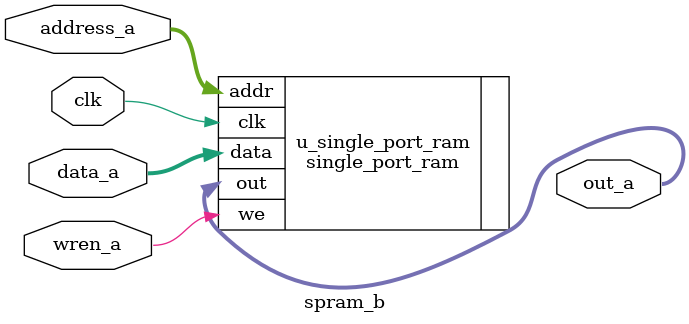
<source format=v>
`define ARRAY_DEPTH 64      //Number of Hidden neurons
`define INPUT_DEPTH 100	    //LSTM input vector dimensions
`define DATA_WIDTH 8		//8 bit representation
`define INWEIGHT_DEPTH 6400 //100x64
`define HWEIGHT_DEPTH 4096  //64x64
`define varraysize 800   //100x8
`define uarraysize 512  //64x8
`define PIM_cyc 26      //cycles of PIM



module top(
input clk,
input reset,
input start,  		   //start the computation
input [6:0] start_addr,   //start address of the Xin bram (input words to LSTM)
input [6:0] end_addr,	  //end address of the Xin bram 
output ht_valid,	//indicates the output ht_out is valid in those cycles
output [`DATA_WIDTH-1:0] ht_out, //output ht from the lstm
output reg cycle_complete,	//generates a pulse when a cycle fo 64 ht outputs are complete
output reg Done        //Stays high indicating the end of lstm output computation for all the Xin words provided.
);

wire [`uarraysize-1:0] Ui_in;
wire [`varraysize-1:0] Wi_in;
wire [`uarraysize-1:0] Uf_in;
wire [`varraysize-1:0] Wf_in;
wire [`uarraysize-1:0] Uo_in;
wire [`varraysize-1:0] Wo_in;
wire [`uarraysize-1:0] Uc_in;
wire [`varraysize-1:0] Wc_in;
wire [`varraysize-1:0] x_in;
reg [`uarraysize-1:0] h_in;


reg [`uarraysize-1:0] dummyin_u;
reg [`varraysize-1:0] dummyin_v;
reg [`DATA_WIDTH-1:0] dummyin_b;

wire [`DATA_WIDTH-1:0] bi_in;
wire [`DATA_WIDTH-1:0] bf_in;
wire [`DATA_WIDTH-1:0] bo_in;
wire [`DATA_WIDTH-1:0] bc_in;
reg [`DATA_WIDTH-1:0] C_in;
//wire [`varraysize-1:0] xdata_b_ext;
//wire [`uarraysize-1:0] hdata_b_ext;

reg [63:0] Ui_pimdata_in;
reg [63:0] Ui_pimdata_out;
reg [3:0] Ui_add_pim;


reg [63:0] Uf_pimdata_in;
reg [63:0] Uf_pimdata_out;
reg [3:0] Uf_add_pim;


reg [63:0] Uo_pimdata_in;
reg [63:0] Uo_pimdata_out;
reg [3:0] Uo_add_pim;


reg [63:0] Uc_pimdata_in;
reg [63:0] Uc_pimdata_out;
reg [3:0] Uc_add_pim;


reg [63:0] Wi_pimdata_in;
reg [63:0] Wi_pimdata_out;
reg [3:0] Wi_add_pim;


reg [63:0] Wf_pimdata_in;
reg [63:0] Wf_pimdata_out;
reg [3:0] Wf_add_pim;


reg [63:0] Wo_pimdata_in;
reg [63:0] Wo_pimdata_out;
reg [3:0] Wo_add_pim;


reg [63:0] Wc_pimdata_in;
reg [63:0] Wc_pimdata_out;
reg [3:0] Wc_add_pim;

reg [3:0] pim_read_X;
reg [2:0] pim_read_H;

//keeping an additional bit so that the counters don't get reset to 0 automatically after 63 
//and start repeating access to elements prematurely
reg [6:0] inaddr; 
reg [6:0] waddr;
reg wren_a;
reg [6:0] c_count;
reg [6:0] b_count;
reg [6:0] ct_count;
reg [6:0] count;
reg [6:0] i,j;
reg [5:0] h_count;

wire [`DATA_WIDTH-1:0] ht;
reg [`uarraysize-1:0] ht_prev;
reg [`uarraysize-1:0] Ct;
wire [`DATA_WIDTH-1:0] add_cf;
reg wren_a_ct, wren_b_cin;

assign ht_out = ht;


//indicates that the ht_out output is valid 
assign ht_valid = (count>16)?1:0;


//BRAMs storing the input and hidden weights of each of the gates
//Hidden weights are represented by U and Input weights by W

single_port_ram Ui_PIM(.addr(Ui_add_pim),.we(wren_a),.data(Ui_pimdata_in),.out(Ui_pimdata_out),.clk(clk));
single_port_ram Uf_PIM(.addr(Uf_add_pim),.we(wren_a),.data(Uf_pimdata_in),.out(Uf_pimdata_out),.clk(clk));
single_port_ram Uo_PIM(.addr(Uo_add_pim),.we(wren_a),.data(Uo_pimdata_in),.out(Uo_pimdata_out),.clk(clk));
single_port_ram Uc_PIM(.addr(Uc_add_pim),.we(wren_a),.data(Uc_pimdata_in),.out(Uc_pimdata_out),.clk(clk));
single_port_ram Wi_PIM(.addr(Wi_add_pim),.we(wren_a),.data(Wi_pimdata_in),.out(Wi_pimdata_out),.clk(clk));
single_port_ram Wf_PIM(.addr(Wf_add_pim),.we(wren_a),.data(Wf_pimdata_in),.out(Wf_pimdata_out),.clk(clk));
single_port_ram Wo_PIM(.addr(Wo_add_pim),.we(wren_a),.data(Wo_pimdata_in),.out(Wo_pimdata_out),.clk(clk));
single_port_ram Wc_PIM(.addr(Wc_add_pim),.we(wren_a),.data(Wc_pimdata_in),.out(Wc_pimdata_out),.clk(clk));


//BRAM of the input vectors to LSTM
spram_v Xi_mem(.clk(clk),.address_a(inaddr),.wren_a(wren_a),.data_a(dummyin_v),.out_a(x_in));

//BRAM storing Bias of each gate
spram_b bi_mem(.clk(clk),.address_a(b_count),.wren_a(wren_a),.data_a(dummyin_b),.out_a(bi_in));
spram_b bf_mem(.clk(clk),.address_a(b_count),.wren_a(wren_a),.data_a(dummyin_b),.out_a(bf_in));
spram_b bo_mem(.clk(clk),.address_a(b_count),.wren_a(wren_a),.data_a(dummyin_b),.out_a(bo_in));
spram_b bc_mem(.clk(clk),.address_a(b_count),.wren_a(wren_a),.data_a(dummyin_b),.out_a(bc_in));


always @(posedge clk) begin
 if(reset == 1'b1 || start==1'b0) 
  begin      
	   count <= 0;
	   b_count <=0;
	   h_count <= 0;
	   c_count <= 0;
	   ct_count <=0;
	   Ct <= 0;
	   C_in <=0;
	   h_in <= 0;
	   ht_prev <= 0;
	   wren_a <= 0;
	   wren_a_ct <= 1;
	   wren_b_cin <= 0;
	   cycle_complete <=0;
	   Done <= 0;
   	   waddr <=0;	
	   inaddr <= start_addr;
       pim_read_X <= 0;
	   //dummy ports initialize
	   dummyin_u <= 0; 
	   dummyin_v <=0;
	   dummyin_b <= 0;
 
  end
  else begin
	
	if(h_count == `PIM_cyc-1) begin
		cycle_complete <= 1; 
		waddr <= 0;
		count <=0;
		b_count <= 0;
		ct_count <=0;
		c_count <= 0;
        pim_read_X <= 0;
		pim_read_H <= 0;

		if(inaddr == end_addr)
			Done = 1;			
		else begin
			inaddr <= inaddr+1;
			h_count <= 0;

		 end
	 end
	 else begin
		cycle_complete <= 0;
    	waddr <= waddr+1;
	  	count <= count+1;
    
        if(count>6)     //delay before bias add
			pim_read_X <= pim_read_X + 1;
			pim_read_H <= pim_read_H + 1;
            case(pim_read_X)
            0: begin Ui_pimdata_in <= x_in[64*0+:64] ; Uf_pimdata_in <= x_in[64*0+:64] ; Uo_pimdata_in <= x_in[64*0+:64] ;Uc_pimdata_in <= x_in[64*0+:64] ; end
			1: begin Ui_pimdata_in <= x_in[64*1+:64] ; Uf_pimdata_in <= x_in[64*1+:64] ; Uo_pimdata_in <= x_in[64*1+:64] ;Uc_pimdata_in <= x_in[64*1+:64] ; end
			2: begin Ui_pimdata_in <= x_in[64*2+:64] ; Uf_pimdata_in <= x_in[64*2+:64] ; Uo_pimdata_in <= x_in[64*2+:64] ;Uc_pimdata_in <= x_in[64*2+:64] ; end
			3: begin Ui_pimdata_in <= x_in[64*3+:64] ; Uf_pimdata_in <= x_in[64*3+:64] ; Uo_pimdata_in <= x_in[64*3+:64] ;Uc_pimdata_in <= x_in[64*3+:64] ; end
			4: begin Ui_pimdata_in <= x_in[64*4+:64] ; Uf_pimdata_in <= x_in[64*4+:64] ; Uo_pimdata_in <= x_in[64*4+:64] ;Uc_pimdata_in <= x_in[64*4+:64] ; end
			5: begin Ui_pimdata_in <= x_in[64*5+:64] ; Uf_pimdata_in <= x_in[64*5+:64] ; Uo_pimdata_in <= x_in[64*5+:64] ;Uc_pimdata_in <= x_in[64*5+:64] ; end
			6: begin Ui_pimdata_in <= x_in[64*6+:64] ; Uf_pimdata_in <= x_in[64*6+:64] ; Uo_pimdata_in <= x_in[64*6+:64] ;Uc_pimdata_in <= x_in[64*6+:64] ; end
			7: begin Ui_pimdata_in <= x_in[64*7+:64] ; Uf_pimdata_in <= x_in[64*7+:64] ; Uo_pimdata_in <= x_in[64*7+:64] ;Uc_pimdata_in <= x_in[64*7+:64] ; end
			8: begin Ui_pimdata_in <= x_in[64*8+:64] ; Uf_pimdata_in <= x_in[64*8+:64] ; Uo_pimdata_in <= x_in[64*8+:64] ;Uc_pimdata_in <= x_in[64*8+:64] ; end
			9: begin Ui_pimdata_in <= x_in[64*9+:64] ; Uf_pimdata_in <= x_in[64*9+:64] ; Uo_pimdata_in <= x_in[64*9+:64] ;Uc_pimdata_in <= x_in[64*9+:64] ; end
			10: begin Ui_pimdata_in <= x_in[64*10+:64]; Uf_pimdata_in <= x_in[64*10+:64] ; Uo_pimdata_in <= x_in[64*10+:64] ;Uc_pimdata_in <= x_in[64*10+:64] ; end
			11: begin Ui_pimdata_in <= x_in[64*11+:64]; Uf_pimdata_in <= x_in[64*11+:64] ; Uo_pimdata_in <= x_in[64*11+:64] ;Uc_pimdata_in <= x_in[64*11+:64] ; end
			12: begin Ui_pimdata_in <= x_in[64*12+:31]; Uf_pimdata_in <= x_in[64*12+:31] ; Uo_pimdata_in <= x_in[64*12+:31] ;Uc_pimdata_in <= x_in[64*12+:31] ; end
            default : begin Ui_pimdata_in <= 0; Uf_pimdata_in <= 0 ; Uo_pimdata_in <= 0 ;Uc_pimdata_in <= 0 ; end
			endcase	

			case(pim_read_H)
            0: begin Wi_pimdata_in <= h_in[64*0+:64] ; Wf_pimdata_in <= h_in[64*0+:64] ; Wo_pimdata_in <= h_in[64*0+:64] ;Wc_pimdata_in <= h_in[64*0+:64] ; end
			1: begin Wi_pimdata_in <= h_in[64*1+:64] ; Wf_pimdata_in <= h_in[64*1+:64] ; Wo_pimdata_in <= h_in[64*1+:64] ;Wc_pimdata_in <= h_in[64*1+:64] ; end
			2: begin Wi_pimdata_in <= h_in[64*2+:64] ; Wf_pimdata_in <= h_in[64*2+:64] ; Wo_pimdata_in <= h_in[64*2+:64] ;Wc_pimdata_in <= h_in[64*2+:64] ; end
			3: begin Wi_pimdata_in <= h_in[64*3+:64] ; Wf_pimdata_in <= h_in[64*3+:64] ; Wo_pimdata_in <= h_in[64*3+:64] ;Wc_pimdata_in <= h_in[64*3+:64] ; end
			4: begin Wi_pimdata_in <= h_in[64*4+:64] ; Wf_pimdata_in <= h_in[64*4+:64] ; Wo_pimdata_in <= h_in[64*4+:64] ;Wc_pimdata_in <= h_in[64*4+:64] ; end
			5: begin Wi_pimdata_in <= h_in[64*5+:64] ; Wf_pimdata_in <= h_in[64*5+:64] ; Wo_pimdata_in <= h_in[64*5+:64] ;Wc_pimdata_in <= h_in[64*5+:64] ; end
			6: begin Wi_pimdata_in <= h_in[64*6+:64] ; Wf_pimdata_in <= h_in[64*6+:64] ; Wo_pimdata_in <= h_in[64*6+:64] ;Wc_pimdata_in <= h_in[64*6+:64] ; end
			7: begin Wi_pimdata_in <= h_in[64*7+:64] ; Wf_pimdata_in <= h_in[64*7+:64] ; Wo_pimdata_in <= h_in[64*7+:64] ;Wc_pimdata_in <= h_in[64*7+:64] ; end
            default : begin Wi_pimdata_in <= 0; Wf_pimdata_in <= 0 ; Wo_pimdata_in <= 0 ;Wc_pimdata_in <= 0 ; end
			endcase	
		if(count>7)     //delay before bias add
			b_count <= b_count+1; 


		if(count >8)  begin //delay before Cin elmul
			c_count <=c_count+1;
			case(c_count)
			0: C_in<=Ct[8*0+:8] ;
			1: C_in<=Ct[8*1+:8] ;
			2: C_in<=Ct[8*2+:8] ;
			3: C_in<=Ct[8*3+:8] ;
			4: C_in<=Ct[8*4+:8] ;
			5: C_in<=Ct[8*5+:8] ;
			6: C_in<=Ct[8*6+:8] ;
			7: C_in<=Ct[8*7+:8] ;
			8: C_in<=Ct[8*8+:8] ;
			9: C_in<=Ct[8*9+:8] ;
			10: C_in <=Ct[8*10+:8];
			11: C_in <=Ct[8*11+:8];
			12: C_in <=Ct[8*12+:8];
			13: C_in <=Ct[8*13+:8];
			14: C_in <=Ct[8*14+:8];
			15: C_in <=Ct[8*15+:8];
			16: C_in <=Ct[8*16+:8];
			17: C_in <=Ct[8*17+:8];
			18: C_in <=Ct[8*18+:8];
			19: C_in <=Ct[8*19+:8];
			20: C_in <=Ct[8*20+:8];
			21: C_in <=Ct[8*21+:8];
			22: C_in <=Ct[8*22+:8];
			23: C_in <=Ct[8*23+:8];
			24: C_in <=Ct[8*24+:8];
			25: C_in <=Ct[8*25+:8];
			26: C_in <=Ct[8*26+:8];
			27: C_in <=Ct[8*27+:8];
			28: C_in <=Ct[8*28+:8];
			29: C_in <=Ct[8*29+:8];
			30: C_in <=Ct[8*30+:8];
			31: C_in <=Ct[8*31+:8];
			32: C_in <=Ct[8*32+:8];
			33: C_in <=Ct[8*33+:8];
			34: C_in <=Ct[8*34+:8];
			35: C_in <=Ct[8*35+:8];
			36: C_in <=Ct[8*36+:8];
			37: C_in <=Ct[8*37+:8];
			38: C_in <=Ct[8*38+:8];
			39: C_in <=Ct[8*39+:8];
			40: C_in <=Ct[8*40+:8];
			41: C_in <=Ct[8*41+:8];
			42: C_in <=Ct[8*42+:8];
			43: C_in <=Ct[8*43+:8];
			44: C_in <=Ct[8*44+:8];
			45: C_in <=Ct[8*45+:8];
			46: C_in <=Ct[8*46+:8];
			47: C_in <=Ct[8*47+:8];
			48: C_in <=Ct[8*48+:8];
			49: C_in <=Ct[8*49+:8];
			50: C_in <=Ct[8*50+:8];
			51: C_in <=Ct[8*51+:8];
			52: C_in <=Ct[8*52+:8];
			53: C_in <=Ct[8*53+:8];
			54: C_in <=Ct[8*54+:8];
			55: C_in <=Ct[8*55+:8];
			56: C_in <=Ct[8*56+:8];
			57: C_in <=Ct[8*57+:8];
			58: C_in <=Ct[8*58+:8];
			59: C_in <=Ct[8*59+:8];
			60: C_in <=Ct[8*60+:8];
			61: C_in <=Ct[8*61+:8];
			62: C_in <=Ct[8*62+:8];
			63: C_in <=Ct[8*63+:8];
			default : C_in <= 0;
		endcase	
		end

		if(count >11) begin  //for storing output of Ct
			ct_count <= ct_count+1;
		 //storing cell state
			case(ct_count)
			0:	Ct[8*0+:8] <= add_cf;
			1:	Ct[8*1+:8] <= add_cf;
			2:	Ct[8*2+:8] <= add_cf;
			3:	Ct[8*3+:8] <= add_cf;
			4:	Ct[8*4+:8] <= add_cf;
			5:	Ct[8*5+:8] <= add_cf;
			6:	Ct[8*6+:8] <= add_cf;
			7:	Ct[8*7+:8] <= add_cf;
			8:	Ct[8*8+:8] <= add_cf;
			9:	Ct[8*9+:8] <= add_cf;
			10:	Ct[8*10+:8] <=add_cf;
			11:	Ct[8*11+:8] <=add_cf;
			12:	Ct[8*12+:8] <=add_cf;
			13:	Ct[8*13+:8] <=add_cf;
			14:	Ct[8*14+:8] <=add_cf;
			15:	Ct[8*15+:8] <=add_cf;
			16:	Ct[8*16+:8] <=add_cf;
			17:	Ct[8*17+:8] <=add_cf;
			18:	Ct[8*18+:8] <=add_cf;
			19:	Ct[8*19+:8] <=add_cf;
			20:	Ct[8*20+:8] <=add_cf;
			21:	Ct[8*21+:8] <=add_cf;
			22:	Ct[8*22+:8] <=add_cf;
			23:	Ct[8*23+:8] <=add_cf;
			24:	Ct[8*24+:8] <=add_cf;
			25:	Ct[8*25+:8] <=add_cf;
			26:	Ct[8*26+:8] <=add_cf;
			27:	Ct[8*27+:8] <=add_cf;
			28:	Ct[8*28+:8] <=add_cf;
			29:	Ct[8*29+:8] <=add_cf;
			30:	Ct[8*30+:8] <=add_cf;
			31:	Ct[8*31+:8] <=add_cf;
			32:	Ct[8*32+:8] <=add_cf;
			33:	Ct[8*33+:8] <=add_cf;
			34:	Ct[8*34+:8] <=add_cf;
			35:	Ct[8*35+:8] <=add_cf;
			36:	Ct[8*36+:8] <=add_cf;
			37:	Ct[8*37+:8] <=add_cf;
			38:	Ct[8*38+:8] <=add_cf;
			39:	Ct[8*39+:8] <=add_cf;
			40:	Ct[8*40+:8] <=add_cf;
			41:	Ct[8*41+:8] <=add_cf;
			42:	Ct[8*42+:8] <=add_cf;
			43:	Ct[8*43+:8] <=add_cf;
			44:	Ct[8*44+:8] <=add_cf;
			45:	Ct[8*45+:8] <=add_cf;
			46:	Ct[8*46+:8] <=add_cf;
			47:	Ct[8*47+:8] <=add_cf;
			48:	Ct[8*48+:8] <=add_cf;
			49:	Ct[8*49+:8] <=add_cf;
			50:	Ct[8*50+:8] <=add_cf;
			51:	Ct[8*51+:8] <=add_cf;
			52:	Ct[8*52+:8] <=add_cf;
			53:	Ct[8*53+:8] <=add_cf;
			54:	Ct[8*54+:8] <=add_cf;
			55:	Ct[8*55+:8] <=add_cf;
			56:	Ct[8*56+:8] <=add_cf;
			57:	Ct[8*57+:8] <=add_cf;
			58:	Ct[8*58+:8] <=add_cf;
			59:	Ct[8*59+:8] <=add_cf;
			60:	Ct[8*60+:8] <=add_cf;
			61:	Ct[8*61+:8] <=add_cf;
			62:	Ct[8*62+:8] <=add_cf;
			63:	Ct[8*63+:8] <=add_cf;
			default : Ct <= 0;
		 endcase
		end
		if(count >16) begin
			h_count <= h_count + 1;
			case(h_count)
			0:	ht_prev[8*0+:8] <= ht;
			1:	ht_prev[8*1+:8] <= ht;
			2:	ht_prev[8*2+:8] <= ht;
			3:	ht_prev[8*3+:8] <= ht;
			4:	ht_prev[8*4+:8] <= ht;
			5:	ht_prev[8*5+:8] <= ht;
			6:	ht_prev[8*6+:8] <= ht;
			7:	ht_prev[8*7+:8] <= ht;
			8:	ht_prev[8*8+:8] <= ht;
			9:	ht_prev[8*9+:8] <= ht;
			10:	ht_prev[8*10+:8] <= ht;
			11:	ht_prev[8*11+:8] <= ht;
			12:	ht_prev[8*12+:8] <= ht;
			13:	ht_prev[8*13+:8] <= ht;
			14:	ht_prev[8*14+:8] <= ht;
			15:	ht_prev[8*15+:8] <= ht;
			16:	ht_prev[8*16+:8] <= ht;
			17:	ht_prev[8*17+:8] <= ht;
			18:	ht_prev[8*18+:8] <= ht;
			19:	ht_prev[8*19+:8] <= ht;
			20:	ht_prev[8*20+:8] <= ht;
			21:	ht_prev[8*21+:8] <= ht;
			22:	ht_prev[8*22+:8] <= ht;
			23:	ht_prev[8*23+:8] <= ht;
			24:	ht_prev[8*24+:8] <= ht;
			25:	ht_prev[8*25+:8] <= ht;
			26:	ht_prev[8*26+:8] <= ht;
			27:	ht_prev[8*27+:8] <= ht;
			28:	ht_prev[8*28+:8] <= ht;
			29:	ht_prev[8*29+:8] <= ht;
			30:	ht_prev[8*30+:8] <= ht;
			31:	ht_prev[8*31+:8] <= ht;
			32:	ht_prev[8*32+:8] <= ht;
			33:	ht_prev[8*33+:8] <= ht;
			34:	ht_prev[8*34+:8] <= ht;
			35:	ht_prev[8*35+:8] <= ht;
			36:	ht_prev[8*36+:8] <= ht;
			37:	ht_prev[8*37+:8] <= ht;
			38:	ht_prev[8*38+:8] <= ht;
			39:	ht_prev[8*39+:8] <= ht;
			40:	ht_prev[8*40+:8] <= ht;
			41:	ht_prev[8*41+:8] <= ht;
			42:	ht_prev[8*42+:8] <= ht;
			43:	ht_prev[8*43+:8] <= ht;
			44:	ht_prev[8*44+:8] <= ht;
			45:	ht_prev[8*45+:8] <= ht;
			46:	ht_prev[8*46+:8] <= ht;
			47:	ht_prev[8*47+:8] <= ht;
			48:	ht_prev[8*48+:8] <= ht;
			49:	ht_prev[8*49+:8] <= ht;
			50:	ht_prev[8*50+:8] <= ht;
			51:	ht_prev[8*51+:8] <= ht;
			52:	ht_prev[8*52+:8] <= ht;
			53:	ht_prev[8*53+:8] <= ht;
			54:	ht_prev[8*54+:8] <= ht;
			55:	ht_prev[8*55+:8] <= ht;
			56:	ht_prev[8*56+:8] <= ht;
			57:	ht_prev[8*57+:8] <= ht;
			58:	ht_prev[8*58+:8] <= ht;
			59:	ht_prev[8*59+:8] <= ht;
			60:	ht_prev[8*60+:8] <= ht;
			61:	ht_prev[8*61+:8] <= ht;
			62:	ht_prev[8*62+:8] <= ht;
			63:	ht_prev[8*63+:8] <= ht;
			default: ht_prev <= 0;
			endcase
		 end
			
	end
		


	if(cycle_complete==1) begin
		  h_in <= ht_prev; 
	end

  end
 end
 


endmodule





module spram_v(	
input clk,
input [(7-1):0] address_a,
input  wren_a,
input [(`varraysize-1):0] data_a,
output reg [(`varraysize-1):0] out_a
);


`ifdef SIMULATION_MEMORY

reg [`varraysize-1:0] ram[`ARRAY_DEPTH-1:0];

always @ (posedge clk) begin 
  if (wren_a) begin
      ram[address_a] <= data_a;
  end
  else begin
      out_a <= ram[address_a];
  end
end
  

`else

single_port_ram u_single_port_ram(
.addr(address_a),
.we(wren_a),
.data(data_a),
.out(out_a),
.clk(clk)
);

`endif

endmodule

module spram_b (	
input clk,
input [(7-1):0] address_a,
input  wren_a,
input [(`DATA_WIDTH-1):0] data_a,
output reg [(`DATA_WIDTH-1):0] out_a
);


`ifdef SIMULATION_MEMORY

reg [`DATA_WIDTH-1:0] ram[`ARRAY_DEPTH-1:0];

always @ (posedge clk) begin 
  if (wren_a) begin
      ram[address_a] <= data_a;
  end
  else begin
      out_a <= ram[address_a];
  end
end
  

`else

single_port_ram u_single_port_ram(
.addr(address_a),
.we(wren_a),
.data(data_a),
.out(out_a),
.clk(clk)
);

`endif

endmodule

</source>
